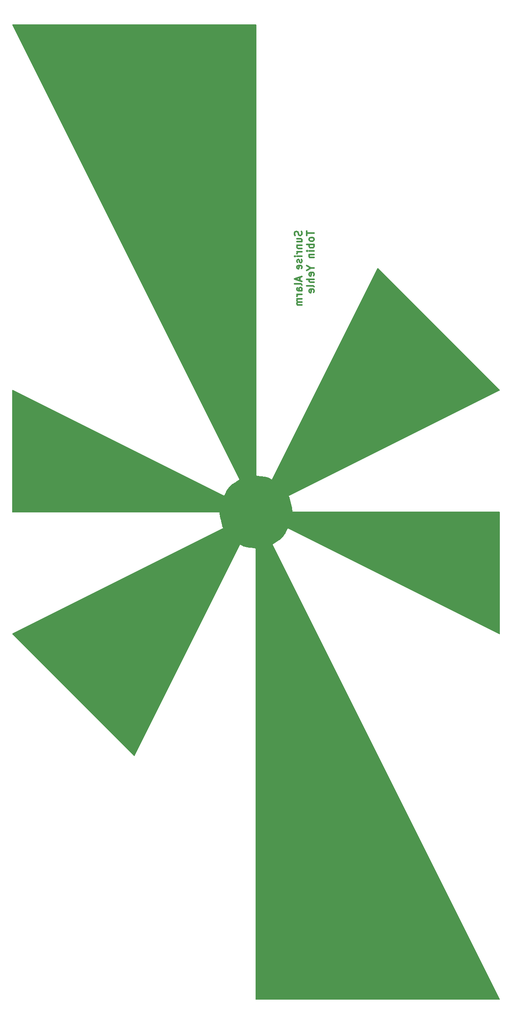
<source format=gbo>
G04 #@! TF.GenerationSoftware,KiCad,Pcbnew,5.0.2-bee76a0~70~ubuntu16.04.1*
G04 #@! TF.CreationDate,2019-06-13T12:14:42-07:00*
G04 #@! TF.ProjectId,sunrise-board,73756e72-6973-4652-9d62-6f6172642e6b,v1*
G04 #@! TF.SameCoordinates,Original*
G04 #@! TF.FileFunction,Legend,Bot*
G04 #@! TF.FilePolarity,Positive*
%FSLAX46Y46*%
G04 Gerber Fmt 4.6, Leading zero omitted, Abs format (unit mm)*
G04 Created by KiCad (PCBNEW 5.0.2-bee76a0~70~ubuntu16.04.1) date Thu 13 Jun 2019 12:14:42 PM PDT*
%MOMM*%
%LPD*%
G01*
G04 APERTURE LIST*
%ADD10C,0.304800*%
%ADD11C,0.150000*%
%ADD12C,10.160000*%
G04 APERTURE END LIST*
D10*
X149025428Y-62084857D02*
X149025428Y-62955714D01*
X150549428Y-62520285D02*
X149025428Y-62520285D01*
X150549428Y-63681428D02*
X150476857Y-63536285D01*
X150404285Y-63463714D01*
X150259142Y-63391142D01*
X149823714Y-63391142D01*
X149678571Y-63463714D01*
X149606000Y-63536285D01*
X149533428Y-63681428D01*
X149533428Y-63899142D01*
X149606000Y-64044285D01*
X149678571Y-64116857D01*
X149823714Y-64189428D01*
X150259142Y-64189428D01*
X150404285Y-64116857D01*
X150476857Y-64044285D01*
X150549428Y-63899142D01*
X150549428Y-63681428D01*
X150549428Y-64842571D02*
X149025428Y-64842571D01*
X149606000Y-64842571D02*
X149533428Y-64987714D01*
X149533428Y-65278000D01*
X149606000Y-65423142D01*
X149678571Y-65495714D01*
X149823714Y-65568285D01*
X150259142Y-65568285D01*
X150404285Y-65495714D01*
X150476857Y-65423142D01*
X150549428Y-65278000D01*
X150549428Y-64987714D01*
X150476857Y-64842571D01*
X150549428Y-66221428D02*
X149533428Y-66221428D01*
X149025428Y-66221428D02*
X149098000Y-66148857D01*
X149170571Y-66221428D01*
X149098000Y-66294000D01*
X149025428Y-66221428D01*
X149170571Y-66221428D01*
X149533428Y-66947142D02*
X150549428Y-66947142D01*
X149678571Y-66947142D02*
X149606000Y-67019714D01*
X149533428Y-67164857D01*
X149533428Y-67382571D01*
X149606000Y-67527714D01*
X149751142Y-67600285D01*
X150549428Y-67600285D01*
X149823714Y-69777428D02*
X150549428Y-69777428D01*
X149025428Y-69269428D02*
X149823714Y-69777428D01*
X149025428Y-70285428D01*
X150476857Y-71374000D02*
X150549428Y-71228857D01*
X150549428Y-70938571D01*
X150476857Y-70793428D01*
X150331714Y-70720857D01*
X149751142Y-70720857D01*
X149606000Y-70793428D01*
X149533428Y-70938571D01*
X149533428Y-71228857D01*
X149606000Y-71374000D01*
X149751142Y-71446571D01*
X149896285Y-71446571D01*
X150041428Y-70720857D01*
X150549428Y-72099714D02*
X149025428Y-72099714D01*
X150549428Y-72752857D02*
X149751142Y-72752857D01*
X149606000Y-72680285D01*
X149533428Y-72535142D01*
X149533428Y-72317428D01*
X149606000Y-72172285D01*
X149678571Y-72099714D01*
X150549428Y-73696285D02*
X150476857Y-73551142D01*
X150331714Y-73478571D01*
X149025428Y-73478571D01*
X150476857Y-74857428D02*
X150549428Y-74712285D01*
X150549428Y-74422000D01*
X150476857Y-74276857D01*
X150331714Y-74204285D01*
X149751142Y-74204285D01*
X149606000Y-74276857D01*
X149533428Y-74422000D01*
X149533428Y-74712285D01*
X149606000Y-74857428D01*
X149751142Y-74930000D01*
X149896285Y-74930000D01*
X150041428Y-74204285D01*
X147936857Y-62121142D02*
X148009428Y-62338857D01*
X148009428Y-62701714D01*
X147936857Y-62846857D01*
X147864285Y-62919428D01*
X147719142Y-62992000D01*
X147574000Y-62992000D01*
X147428857Y-62919428D01*
X147356285Y-62846857D01*
X147283714Y-62701714D01*
X147211142Y-62411428D01*
X147138571Y-62266285D01*
X147066000Y-62193714D01*
X146920857Y-62121142D01*
X146775714Y-62121142D01*
X146630571Y-62193714D01*
X146558000Y-62266285D01*
X146485428Y-62411428D01*
X146485428Y-62774285D01*
X146558000Y-62992000D01*
X146993428Y-64298285D02*
X148009428Y-64298285D01*
X146993428Y-63645142D02*
X147791714Y-63645142D01*
X147936857Y-63717714D01*
X148009428Y-63862857D01*
X148009428Y-64080571D01*
X147936857Y-64225714D01*
X147864285Y-64298285D01*
X146993428Y-65024000D02*
X148009428Y-65024000D01*
X147138571Y-65024000D02*
X147066000Y-65096571D01*
X146993428Y-65241714D01*
X146993428Y-65459428D01*
X147066000Y-65604571D01*
X147211142Y-65677142D01*
X148009428Y-65677142D01*
X148009428Y-66402857D02*
X146993428Y-66402857D01*
X147283714Y-66402857D02*
X147138571Y-66475428D01*
X147066000Y-66548000D01*
X146993428Y-66693142D01*
X146993428Y-66838285D01*
X148009428Y-67346285D02*
X146993428Y-67346285D01*
X146485428Y-67346285D02*
X146558000Y-67273714D01*
X146630571Y-67346285D01*
X146558000Y-67418857D01*
X146485428Y-67346285D01*
X146630571Y-67346285D01*
X147936857Y-67999428D02*
X148009428Y-68144571D01*
X148009428Y-68434857D01*
X147936857Y-68580000D01*
X147791714Y-68652571D01*
X147719142Y-68652571D01*
X147574000Y-68580000D01*
X147501428Y-68434857D01*
X147501428Y-68217142D01*
X147428857Y-68072000D01*
X147283714Y-67999428D01*
X147211142Y-67999428D01*
X147066000Y-68072000D01*
X146993428Y-68217142D01*
X146993428Y-68434857D01*
X147066000Y-68580000D01*
X147936857Y-69886285D02*
X148009428Y-69741142D01*
X148009428Y-69450857D01*
X147936857Y-69305714D01*
X147791714Y-69233142D01*
X147211142Y-69233142D01*
X147066000Y-69305714D01*
X146993428Y-69450857D01*
X146993428Y-69741142D01*
X147066000Y-69886285D01*
X147211142Y-69958857D01*
X147356285Y-69958857D01*
X147501428Y-69233142D01*
X147574000Y-71700571D02*
X147574000Y-72426285D01*
X148009428Y-71555428D02*
X146485428Y-72063428D01*
X148009428Y-72571428D01*
X148009428Y-73297142D02*
X147936857Y-73152000D01*
X147791714Y-73079428D01*
X146485428Y-73079428D01*
X148009428Y-74530857D02*
X147211142Y-74530857D01*
X147066000Y-74458285D01*
X146993428Y-74313142D01*
X146993428Y-74022857D01*
X147066000Y-73877714D01*
X147936857Y-74530857D02*
X148009428Y-74385714D01*
X148009428Y-74022857D01*
X147936857Y-73877714D01*
X147791714Y-73805142D01*
X147646571Y-73805142D01*
X147501428Y-73877714D01*
X147428857Y-74022857D01*
X147428857Y-74385714D01*
X147356285Y-74530857D01*
X148009428Y-75256571D02*
X146993428Y-75256571D01*
X147283714Y-75256571D02*
X147138571Y-75329142D01*
X147066000Y-75401714D01*
X146993428Y-75546857D01*
X146993428Y-75692000D01*
X148009428Y-76200000D02*
X146993428Y-76200000D01*
X147138571Y-76200000D02*
X147066000Y-76272571D01*
X146993428Y-76417714D01*
X146993428Y-76635428D01*
X147066000Y-76780571D01*
X147211142Y-76853142D01*
X148009428Y-76853142D01*
X147211142Y-76853142D02*
X147066000Y-76925714D01*
X146993428Y-77070857D01*
X146993428Y-77288571D01*
X147066000Y-77433714D01*
X147211142Y-77506285D01*
X148009428Y-77506285D01*
D11*
G36*
X138430000Y-120650000D02*
X138430000Y-222250000D01*
X189230000Y-222250000D01*
X138430000Y-120650000D01*
G37*
X138430000Y-120650000D02*
X138430000Y-222250000D01*
X189230000Y-222250000D01*
X138430000Y-120650000D01*
G36*
X138430000Y-120650000D02*
X138430000Y-19050000D01*
X87630000Y-19050000D01*
X138430000Y-120650000D01*
G37*
X138430000Y-120650000D02*
X138430000Y-19050000D01*
X87630000Y-19050000D01*
X138430000Y-120650000D01*
G36*
X138430000Y-120650000D02*
X163830000Y-69850000D01*
X189230000Y-95250000D01*
X138430000Y-120650000D01*
G37*
X138430000Y-120650000D02*
X163830000Y-69850000D01*
X189230000Y-95250000D01*
X138430000Y-120650000D01*
G36*
X138430000Y-120650000D02*
X87630000Y-120650000D01*
X87630000Y-95250000D01*
X138430000Y-120650000D01*
G37*
X138430000Y-120650000D02*
X87630000Y-120650000D01*
X87630000Y-95250000D01*
X138430000Y-120650000D01*
G36*
X138430000Y-120650000D02*
X113030000Y-171450000D01*
X87630000Y-146050000D01*
X138430000Y-120650000D01*
G37*
X138430000Y-120650000D02*
X113030000Y-171450000D01*
X87630000Y-146050000D01*
X138430000Y-120650000D01*
G36*
X138430000Y-120650000D02*
X189230000Y-146050000D01*
X189230000Y-120650000D01*
X138430000Y-120650000D01*
G37*
X138430000Y-120650000D02*
X189230000Y-146050000D01*
X189230000Y-120650000D01*
X138430000Y-120650000D01*
D12*
X140970000Y-120650000D02*
G75*
G03X140970000Y-120650000I-2540000J0D01*
G01*
M02*

</source>
